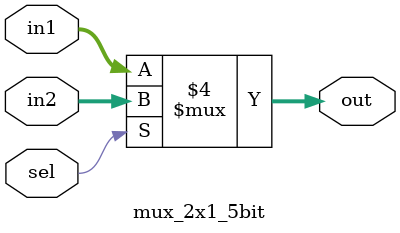
<source format=v>
module mux_2x1_5bit (
input sel ,
input [4:0]in1, in2,
output reg [4:0]out
);

always @(*)
  begin
    if(!sel)
      out = in1 ;
    else
      out = in2 ;
  end

endmodule

</source>
